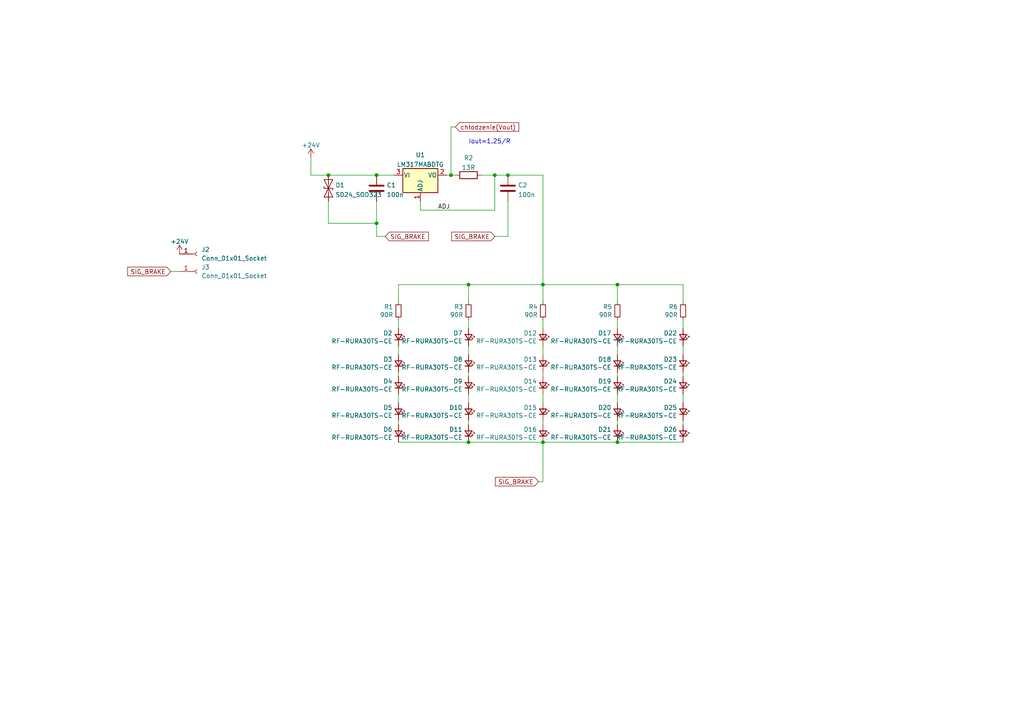
<source format=kicad_sch>
(kicad_sch (version 20231120) (generator "eeschema") (generator_version "8.0")
  (paper "A4")
  (title_block (title "Brake Light") (date "2020-11-22") (company "Put Motorsport"))
  (lib_symbols
    (symbol "Connector:Conn_01x01_Socket" (pin_names (offset 1.016) hide)
      (property "Reference" "J" (at 0 2.54 0))
      (property "Value" "Conn_01x01_Socket" (at 0 -2.54 0))
      (symbol "Conn_01x01_Socket_1_1"
        (polyline (pts (xy -1.27 0) (xy -0.508 0)) (stroke (width 0.1524)))
        (arc (start 0 0.508) (mid -0.5058 0) (end 0 -0.508) (stroke (width 0.1524)))
        (pin passive line (at -5.08 0 0) (length 3.81) (name "Pin_1") (number "1"))
      )
    )
    (symbol "Device:C" (pin_numbers hide) (pin_names (offset 0.254))
      (property "Reference" "C" (at 0.635 2.54 0))
      (property "Value" "C" (at 0.635 -2.54 0))
      (symbol "C_0_1"
        (polyline (pts (xy -2.032 -0.762) (xy 2.032 -0.762)) (stroke (width 0.508)))
        (polyline (pts (xy -2.032 0.762) (xy 2.032 0.762)) (stroke (width 0.508)))
      )
      (symbol "C_1_1"
        (pin passive line (at 0 3.81 270) (length 2.794) (name "~") (number "1"))
        (pin passive line (at 0 -3.81 90) (length 2.794) (name "~") (number "2"))
      )
    )
    (symbol "Device:LED_Small" (pin_numbers hide) (pin_names (offset 0.254) hide)
      (property "Reference" "D" (at -1.27 3.175 0))
      (property "Value" "LED_Small" (at -4.445 -2.54 0))
      (symbol "LED_Small_0_1"
        (polyline (pts (xy -0.762 -1.016) (xy -0.762 1.016)) (stroke (width 0.254)))
        (polyline (pts (xy 1.016 0) (xy -0.762 0)))
        (polyline (pts (xy 0.762 -1.016) (xy -0.762 0) (xy 0.762 1.016) (xy 0.762 -1.016)) (stroke (width 0.254)))
        (polyline (pts (xy 0 0.762) (xy -0.508 1.27) (xy -0.254 1.27) (xy -0.508 1.27) (xy -0.508 1.016)))
        (polyline (pts (xy 0.508 1.27) (xy 0 1.778) (xy 0.254 1.778) (xy 0 1.778) (xy 0 1.524)))
      )
      (symbol "LED_Small_1_1"
        (pin passive line (at -2.54 0 0) (length 1.778) (name "K") (number "1"))
        (pin passive line (at 2.54 0 180) (length 1.778) (name "A") (number "2"))
      )
    )
    (symbol "Device:R" (pin_numbers hide) (pin_names (offset 0))
      (property "Reference" "R" (at 2.032 0 90))
      (property "Value" "R" (at 0 0 90))
      (symbol "R_0_1"
        (rectangle (start -1.016 -2.54) (end 1.016 2.54) (stroke (width 0.254)))
      )
      (symbol "R_1_1"
        (pin passive line (at 0 3.81 270) (length 1.27) (name "~") (number "1"))
        (pin passive line (at 0 -3.81 90) (length 1.27) (name "~") (number "2"))
      )
    )
    (symbol "Device:R_Small" (pin_numbers hide) (pin_names (offset 0.254) hide)
      (property "Reference" "R" (at 0.762 0.508 0))
      (property "Value" "R_Small" (at 0.762 -1.016 0))
      (symbol "R_Small_0_1"
        (rectangle (start -0.762 1.778) (end 0.762 -1.778) (stroke (width 0.2032)))
      )
      (symbol "R_Small_1_1"
        (pin passive line (at 0 2.54 270) (length 0.762) (name "~") (number "1"))
        (pin passive line (at 0 -2.54 90) (length 0.762) (name "~") (number "2"))
      )
    )
    (symbol "Diode:SD24_SOD323" (pin_numbers hide) (pin_names (offset 1.016) hide)
      (property "Reference" "D" (at 0 2.54 0))
      (property "Value" "SD24_SOD323" (at 0 -2.54 0))
      (symbol "SD24_SOD323_0_1"
        (polyline (pts (xy 1.27 0) (xy -1.27 0)))
        (polyline (pts (xy -2.54 -1.27) (xy 0 0) (xy -2.54 1.27) (xy -2.54 -1.27)) (stroke (width 0.2032)))
        (polyline (pts (xy 0.508 1.27) (xy 0 1.27) (xy 0 -1.27) (xy -0.508 -1.27)) (stroke (width 0.2032)))
        (polyline (pts (xy 2.54 1.27) (xy 2.54 -1.27) (xy 0 0) (xy 2.54 1.27)) (stroke (width 0.2032)))
      )
      (symbol "SD24_SOD323_1_1"
        (pin passive line (at -3.81 0 0) (length 2.54) (name "A1") (number "1"))
        (pin passive line (at 3.81 0 180) (length 2.54) (name "A2") (number "2"))
      )
    )
    (symbol "Regulator_Linear:LM317_SOT-223" (pin_names (offset 0.254))
      (property "Reference" "U" (at -3.81 3.175 0))
      (property "Value" "LM317_SOT-223" (at 0 3.175 0))
      (symbol "LM317_SOT-223_0_1"
        (rectangle (start -5.08 1.905) (end 5.08 -5.08) (stroke (width 0.254)) (fill (type background)))
      )
      (symbol "LM317_SOT-223_1_1"
        (pin input line (at 0 -7.62 90) (length 2.54) (name "ADJ") (number "1"))
        (pin power_out line (at 7.62 0 180) (length 2.54) (name "VO") (number "2"))
        (pin power_in line (at -7.62 0 0) (length 2.54) (name "VI") (number "3"))
      )
    )
    (symbol "power:+24V" (power) (pin_names (offset 0))
      (property "Value" "+24V" (at 0 3.556 0))
      (symbol "+24V_0_1"
        (polyline (pts (xy -0.762 1.27) (xy 0 2.54)))
        (polyline (pts (xy 0 0) (xy 0 2.54)))
        (polyline (pts (xy 0 2.54) (xy 0.762 1.27)))
      )
      (symbol "+24V_1_1"
        (pin power_in line (at 0 0 90) (length 0) hide (name "+24V") (number "1"))
      )
    )
  )
  (junction (at 135.89 82.55))
  (junction (at 179.07 82.55))
  (junction (at 109.22 64.77))
  (junction (at 157.48 128.27))
  (junction (at 147.32 50.8))
  (junction (at 135.89 128.27))
  (junction (at 179.07 128.27))
  (junction (at 143.51 50.8))
  (junction (at 157.48 82.55))
  (junction (at 95.25 50.8))
  (junction (at 109.22 50.8))
  (junction (at 130.81 50.8))
  (wire (pts (xy 198.12 114.3) (xy 198.12 116.84)))
  (wire (pts (xy 198.12 128.27) (xy 179.07 128.27)))
  (wire (pts (xy 143.51 68.58) (xy 147.32 68.58)))
  (wire (pts (xy 198.12 107.95) (xy 198.12 109.22)))
  (wire (pts (xy 90.17 45.72) (xy 90.17 50.8)))
  (wire (pts (xy 156.21 139.7) (xy 157.48 139.7)))
  (wire (pts (xy 179.07 87.63) (xy 179.07 82.55)))
  (wire (pts (xy 157.48 128.27) (xy 135.89 128.27)))
  (wire (pts (xy 135.89 107.95) (xy 135.89 109.22)))
  (wire (pts (xy 115.57 92.71) (xy 115.57 95.25)))
  (wire (pts (xy 109.22 68.58) (xy 111.76 68.58)))
  (wire (pts (xy 198.12 82.55) (xy 198.12 87.63)))
  (wire (pts (xy 157.48 92.71) (xy 157.48 95.25)))
  (wire (pts (xy 130.81 50.8) (xy 132.08 50.8)))
  (wire (pts (xy 95.25 64.77) (xy 109.22 64.77)))
  (wire (pts (xy 135.89 82.55) (xy 157.48 82.55)))
  (wire (pts (xy 115.57 114.3) (xy 115.57 116.84)))
  (wire (pts (xy 135.89 100.33) (xy 135.89 102.87)))
  (wire (pts (xy 179.07 82.55) (xy 157.48 82.55)))
  (wire (pts (xy 109.22 50.8) (xy 114.3 50.8)))
  (wire (pts (xy 147.32 58.42) (xy 147.32 68.58)))
  (wire (pts (xy 130.81 50.8) (xy 130.81 36.83)))
  (wire (pts (xy 95.25 50.8) (xy 109.22 50.8)))
  (wire (pts (xy 115.57 100.33) (xy 115.57 102.87)))
  (wire (pts (xy 198.12 82.55) (xy 179.07 82.55)))
  (wire (pts (xy 157.48 139.7) (xy 157.48 128.27)))
  (wire (pts (xy 198.12 92.71) (xy 198.12 95.25)))
  (wire (pts (xy 135.89 121.92) (xy 135.89 123.19)))
  (wire (pts (xy 130.81 36.83) (xy 132.08 36.83)))
  (wire (pts (xy 109.22 64.77) (xy 109.22 58.42)))
  (wire (pts (xy 157.48 121.92) (xy 157.48 123.19)))
  (wire (pts (xy 157.48 100.33) (xy 157.48 102.87)))
  (wire (pts (xy 95.25 58.42) (xy 95.25 64.77)))
  (wire (pts (xy 115.57 107.95) (xy 115.57 109.22)))
  (wire (pts (xy 135.89 92.71) (xy 135.89 95.25)))
  (wire (pts (xy 179.07 121.92) (xy 179.07 123.19)))
  (wire (pts (xy 179.07 128.27) (xy 157.48 128.27)))
  (wire (pts (xy 143.51 50.8) (xy 139.7 50.8)))
  (wire (pts (xy 135.89 82.55) (xy 115.57 82.55)))
  (wire (pts (xy 121.92 60.96) (xy 143.51 60.96)))
  (wire (pts (xy 157.48 50.8) (xy 147.32 50.8)))
  (wire (pts (xy 179.07 107.95) (xy 179.07 109.22)))
  (wire (pts (xy 179.07 100.33) (xy 179.07 102.87)))
  (wire (pts (xy 135.89 128.27) (xy 115.57 128.27)))
  (wire (pts (xy 115.57 82.55) (xy 115.57 87.63)))
  (wire (pts (xy 157.48 50.8) (xy 157.48 82.55)))
  (wire (pts (xy 179.07 92.71) (xy 179.07 95.25)))
  (wire (pts (xy 198.12 121.92) (xy 198.12 123.19)))
  (wire (pts (xy 109.22 64.77) (xy 109.22 68.58)))
  (wire (pts (xy 143.51 60.96) (xy 143.51 50.8)))
  (wire (pts (xy 90.17 50.8) (xy 95.25 50.8)))
  (wire (pts (xy 49.53 78.74) (xy 52.07 78.74)))
  (wire (pts (xy 198.12 100.33) (xy 198.12 102.87)))
  (wire (pts (xy 135.89 114.3) (xy 135.89 116.84)))
  (wire (pts (xy 179.07 114.3) (xy 179.07 116.84)))
  (wire (pts (xy 115.57 123.19) (xy 115.57 121.92)))
  (wire (pts (xy 157.48 87.63) (xy 157.48 82.55)))
  (wire (pts (xy 157.48 107.95) (xy 157.48 109.22)))
  (wire (pts (xy 147.32 50.8) (xy 143.51 50.8)))
  (wire (pts (xy 129.54 50.8) (xy 130.81 50.8)))
  (wire (pts (xy 121.92 58.42) (xy 121.92 60.96)))
  (wire (pts (xy 135.89 87.63) (xy 135.89 82.55)))
  (wire (pts (xy 157.48 114.3) (xy 157.48 116.84)))
  (text "Iout=1.25/R" (at 135.89 41.91 0) (effects (font (size 1.27 1.27)) (justify left bottom)))
  (label "ADJ" (at 127 60.96 0))
  (global_label "SIG_BRAKE" (shape input) (at 156.21 139.7 180) (property "Intersheetrefs" "${INTERSHEET_REFS}" (effects (hide yes))))
  (global_label "SIG_BRAKE" (shape input) (at 143.51 68.58 180) (property "Intersheetrefs" "${INTERSHEET_REFS}" (effects (hide yes))))
  (global_label "SIG_BRAKE" (shape input) (at 111.76 68.58 0) (property "Intersheetrefs" "${INTERSHEET_REFS}" (effects (hide yes))))
  (global_label "chłodzenie(Vout)" (shape input) (at 132.08 36.83 0) (property "Intersheetrefs" "${INTERSHEET_REFS}" (effects (hide yes))))
  (global_label "SIG_BRAKE" (shape input) (at 49.53 78.74 180) (property "Intersheetrefs" "${INTERSHEET_REFS}" (effects (hide yes))))
  (symbol (lib_id "Device:LED_Small") (at 198.12 97.79 270) (mirror x) (unit 1)
    (property "Reference" "D22" (at 196.3928 96.6216 90) (effects (justify right)))
    (property "Value" "RF-RURA30TS-CE" (at 196.3928 98.933 90) (effects (justify right)))
    (property "Footprint" "LED_SMD:LED_PLCC-2" (effects (hide yes)))
  )
  (symbol (lib_id "Device:LED_Small") (at 198.12 105.41 270) (mirror x) (unit 1)
    (property "Reference" "D23" (at 196.3928 104.2416 90) (effects (justify right)))
    (property "Value" "RF-RURA30TS-CE" (at 196.3928 106.553 90) (effects (justify right)))
    (property "Footprint" "LED_SMD:LED_PLCC-2" (effects (hide yes)))
  )
  (symbol (lib_id "Device:LED_Small") (at 198.12 111.76 270) (mirror x) (unit 1)
    (property "Reference" "D24" (at 196.3928 110.5916 90) (effects (justify right)))
    (property "Value" "RF-RURA30TS-CE" (at 196.3928 112.903 90) (effects (justify right)))
    (property "Footprint" "LED_SMD:LED_PLCC-2" (effects (hide yes)))
  )
  (symbol (lib_id "Device:LED_Small") (at 198.12 119.38 270) (mirror x) (unit 1)
    (property "Reference" "D25" (at 196.3928 118.2116 90) (effects (justify right)))
    (property "Value" "RF-RURA30TS-CE" (at 196.3928 120.523 90) (effects (justify right)))
    (property "Footprint" "LED_SMD:LED_PLCC-2" (effects (hide yes)))
  )
  (symbol (lib_id "Device:LED_Small") (at 198.12 125.73 270) (mirror x) (unit 1)
    (property "Reference" "D26" (at 196.3928 124.5616 90) (effects (justify right)))
    (property "Value" "RF-RURA30TS-CE" (at 196.3928 126.873 90) (effects (justify right)))
    (property "Footprint" "LED_SMD:LED_PLCC-2" (effects (hide yes)))
  )
  (symbol (lib_id "Device:LED_Small") (at 179.07 97.79 270) (mirror x) (unit 1)
    (property "Reference" "D17" (at 177.3428 96.6216 90) (effects (justify right)))
    (property "Value" "RF-RURA30TS-CE" (at 177.3428 98.933 90) (effects (justify right)))
    (property "Footprint" "LED_SMD:LED_PLCC-2" (effects (hide yes)))
  )
  (symbol (lib_id "Device:LED_Small") (at 179.07 105.41 270) (mirror x) (unit 1)
    (property "Reference" "D18" (at 177.3428 104.2416 90) (effects (justify right)))
    (property "Value" "RF-RURA30TS-CE" (at 177.3428 106.553 90) (effects (justify right)))
    (property "Footprint" "LED_SMD:LED_PLCC-2" (effects (hide yes)))
  )
  (symbol (lib_id "Device:LED_Small") (at 179.07 111.76 270) (mirror x) (unit 1)
    (property "Reference" "D19" (at 177.3428 110.5916 90) (effects (justify right)))
    (property "Value" "RF-RURA30TS-CE" (at 177.3428 112.903 90) (effects (justify right)))
    (property "Footprint" "LED_SMD:LED_PLCC-2" (effects (hide yes)))
  )
  (symbol (lib_id "Device:LED_Small") (at 179.07 119.38 270) (mirror x) (unit 1)
    (property "Reference" "D20" (at 177.3428 118.2116 90) (effects (justify right)))
    (property "Value" "RF-RURA30TS-CE" (at 177.3428 120.523 90) (effects (justify right)))
    (property "Footprint" "LED_SMD:LED_PLCC-2" (effects (hide yes)))
  )
  (symbol (lib_id "Device:LED_Small") (at 179.07 125.73 270) (mirror x) (unit 1)
    (property "Reference" "D21" (at 177.3428 124.5616 90) (effects (justify right)))
    (property "Value" "RF-RURA30TS-CE" (at 177.3428 126.873 90) (effects (justify right)))
    (property "Footprint" "LED_SMD:LED_PLCC-2" (effects (hide yes)))
  )
  (symbol (lib_id "Device:LED_Small") (at 157.48 97.79 270) (mirror x) (unit 1)
    (property "Reference" "D12" (at 155.7528 96.6216 90) (effects (justify right)))
    (property "Value" "RF-RURA30TS-CE" (at 155.7528 98.933 90) (effects (justify right)))
    (property "Footprint" "LED_SMD:LED_PLCC-2" (effects (hide yes)))
  )
  (symbol (lib_id "Device:LED_Small") (at 157.48 105.41 270) (mirror x) (unit 1)
    (property "Reference" "D13" (at 155.7528 104.2416 90) (effects (justify right)))
    (property "Value" "RF-RURA30TS-CE" (at 155.7528 106.553 90) (effects (justify right)))
    (property "Footprint" "LED_SMD:LED_PLCC-2" (effects (hide yes)))
  )
  (symbol (lib_id "Device:LED_Small") (at 157.48 111.76 270) (mirror x) (unit 1)
    (property "Reference" "D14" (at 155.7528 110.5916 90) (effects (justify right)))
    (property "Value" "RF-RURA30TS-CE" (at 155.7528 112.903 90) (effects (justify right)))
    (property "Footprint" "LED_SMD:LED_PLCC-2" (effects (hide yes)))
  )
  (symbol (lib_id "Device:LED_Small") (at 157.48 119.38 270) (mirror x) (unit 1)
    (property "Reference" "D15" (at 155.7528 118.2116 90) (effects (justify right)))
    (property "Value" "RF-RURA30TS-CE" (at 155.7528 120.523 90) (effects (justify right)))
    (property "Footprint" "LED_SMD:LED_PLCC-2" (effects (hide yes)))
  )
  (symbol (lib_id "Device:LED_Small") (at 157.48 125.73 270) (mirror x) (unit 1)
    (property "Reference" "D16" (at 155.7528 124.5616 90) (effects (justify right)))
    (property "Value" "RF-RURA30TS-CE" (at 155.7528 126.873 90) (effects (justify right)))
    (property "Footprint" "LED_SMD:LED_PLCC-2" (effects (hide yes)))
  )
  (symbol (lib_id "Device:LED_Small") (at 135.89 97.79 270) (mirror x) (unit 1)
    (property "Reference" "D7" (at 134.1628 96.6216 90) (effects (justify right)))
    (property "Value" "RF-RURA30TS-CE" (at 134.1628 98.933 90) (effects (justify right)))
    (property "Footprint" "LED_SMD:LED_PLCC-2" (effects (hide yes)))
  )
  (symbol (lib_id "Device:LED_Small") (at 135.89 105.41 270) (mirror x) (unit 1)
    (property "Reference" "D8" (at 134.1628 104.2416 90) (effects (justify right)))
    (property "Value" "RF-RURA30TS-CE" (at 134.1628 106.553 90) (effects (justify right)))
    (property "Footprint" "LED_SMD:LED_PLCC-2" (effects (hide yes)))
  )
  (symbol (lib_id "Device:LED_Small") (at 135.89 111.76 270) (mirror x) (unit 1)
    (property "Reference" "D9" (at 134.1628 110.5916 90) (effects (justify right)))
    (property "Value" "RF-RURA30TS-CE" (at 134.1628 112.903 90) (effects (justify right)))
    (property "Footprint" "LED_SMD:LED_PLCC-2" (effects (hide yes)))
  )
  (symbol (lib_id "Device:LED_Small") (at 135.89 119.38 270) (mirror x) (unit 1)
    (property "Reference" "D10" (at 134.1628 118.2116 90) (effects (justify right)))
    (property "Value" "RF-RURA30TS-CE" (at 134.1628 120.523 90) (effects (justify right)))
    (property "Footprint" "LED_SMD:LED_PLCC-2" (effects (hide yes)))
  )
  (symbol (lib_id "Device:LED_Small") (at 135.89 125.73 270) (mirror x) (unit 1)
    (property "Reference" "D11" (at 134.1628 124.5616 90) (effects (justify right)))
    (property "Value" "RF-RURA30TS-CE" (at 134.1628 126.873 90) (effects (justify right)))
    (property "Footprint" "LED_SMD:LED_PLCC-2" (effects (hide yes)))
  )
  (symbol (lib_id "Device:LED_Small") (at 115.57 97.79 270) (mirror x) (unit 1)
    (property "Reference" "D2" (at 113.8428 96.6216 90) (effects (justify right)))
    (property "Value" "RF-RURA30TS-CE" (at 113.8428 98.933 90) (effects (justify right)))
    (property "Footprint" "LED_SMD:LED_PLCC-2" (effects (hide yes)))
  )
  (symbol (lib_id "Device:LED_Small") (at 115.57 105.41 270) (mirror x) (unit 1)
    (property "Reference" "D3" (at 113.8428 104.2416 90) (effects (justify right)))
    (property "Value" "RF-RURA30TS-CE" (at 113.8428 106.553 90) (effects (justify right)))
    (property "Footprint" "LED_SMD:LED_PLCC-2" (effects (hide yes)))
  )
  (symbol (lib_id "Device:LED_Small") (at 115.57 111.76 270) (mirror x) (unit 1)
    (property "Reference" "D4" (at 113.8428 110.5916 90) (effects (justify right)))
    (property "Value" "RF-RURA30TS-CE" (at 113.8428 112.903 90) (effects (justify right)))
    (property "Footprint" "LED_SMD:LED_PLCC-2" (effects (hide yes)))
  )
  (symbol (lib_id "Device:LED_Small") (at 115.57 119.38 270) (mirror x) (unit 1)
    (property "Reference" "D5" (at 113.8428 118.2116 90) (effects (justify right)))
    (property "Value" "RF-RURA30TS-CE" (at 113.8428 120.523 90) (effects (justify right)))
    (property "Footprint" "LED_SMD:LED_PLCC-2" (effects (hide yes)))
  )
  (symbol (lib_id "Device:R_Small") (at 115.57 90.17 0) (mirror y) (unit 1)
    (property "Reference" "R1" (at 114.0714 89.0016 0) (effects (justify left)))
    (property "Value" "90R" (at 114.0714 91.313 0) (effects (justify left)))
    (property "Footprint" "Resistor_SMD:R_0603_1608Metric" (effects (hide yes)))
  )
  (symbol (lib_id "Regulator_Linear:LM317_SOT-223") (at 121.92 50.8 0) (unit 1)
    (property "Reference" "U1" (at 121.92 44.9285 0))
    (property "Value" "LM317MABDTG" (at 121.92 47.7036 0))
    (property "Footprint" "footprint:NVD5117PLT4GVF01" (effects (hide yes)))
    (property "Datasheet" "https://www.mouser.pl/ProductDetail/onsemi/LM317MABDTG?qs=2OtswVQKCOGEzhsRL8SJ6g%3D%3D" (effects (hide yes)))
  )
  (symbol (lib_id "Diode:SD24_SOD323") (at 95.25 54.61 270) (unit 1)
    (property "Reference" "D1" (at 97.2566 53.7015 90) (effects (justify left)))
    (property "Value" "SD24_SOD323" (at 97.2566 56.4766 90) (effects (justify left)))
    (property "Footprint" "Diode_SMD:D_SOD-323" (effects (hide yes)))
    (property "Datasheet" "https://www.littelfuse.com/~/media/electronics/datasheets/tvs_diode_arrays/littelfuse_tvs_diode_array_sd_c_datasheet.pdf.pdf" (effects (hide yes)))
  )
  (symbol (lib_id "Connector:Conn_01x01_Socket") (at 57.15 73.66 0) (unit 1)
    (property "Reference" "J2" (at 58.42 72.3899 0) (effects (justify left)))
    (property "Value" "Conn_01x01_Socket" (at 58.42 74.9299 0) (effects (justify left)))
    (property "Footprint" "Connector_Wire:SolderWire-0.75sqmm_1x01_D1.25mm_OD3.5mm" (effects (hide yes)))
    (property "Description" "Generic connector, single row, 01x01, script generated" (effects (hide yes)))
  )
  (symbol (lib_id "Device:R_Small") (at 179.07 90.17 0) (mirror y) (unit 1)
    (property "Reference" "R5" (at 177.5714 89.0016 0) (effects (justify left)))
    (property "Value" "90R" (at 177.5714 91.313 0) (effects (justify left)))
    (property "Footprint" "Resistor_SMD:R_0603_1608Metric" (effects (hide yes)))
  )
  (symbol (lib_id "Device:C") (at 109.22 54.61 0) (unit 1)
    (property "Reference" "C1" (at 112.141 53.7015 0) (effects (justify left)))
    (property "Value" "100n" (at 112.141 56.4766 0) (effects (justify left)))
    (property "Footprint" "Capacitor_SMD:C_0603_1608Metric" (effects (hide yes)))
  )
  (symbol (lib_id "Device:R_Small") (at 135.89 90.17 0) (mirror y) (unit 1)
    (property "Reference" "R3" (at 134.3914 89.0016 0) (effects (justify left)))
    (property "Value" "90R" (at 134.3914 91.313 0) (effects (justify left)))
    (property "Footprint" "Resistor_SMD:R_0603_1608Metric" (effects (hide yes)))
  )
  (symbol (lib_id "Connector:Conn_01x01_Socket") (at 57.15 78.74 0) (unit 1)
    (property "Reference" "J3" (at 58.42 77.4699 0) (effects (justify left)))
    (property "Value" "Conn_01x01_Socket" (at 58.42 80.0099 0) (effects (justify left)))
    (property "Footprint" "Connector_Wire:SolderWire-0.75sqmm_1x01_D1.25mm_OD3.5mm" (effects (hide yes)))
    (property "Description" "Generic connector, single row, 01x01, script generated" (effects (hide yes)))
  )
  (symbol (lib_id "Device:R_Small") (at 198.12 90.17 0) (mirror y) (unit 1)
    (property "Reference" "R6" (at 196.6214 89.0016 0) (effects (justify left)))
    (property "Value" "90R" (at 196.6214 91.313 0) (effects (justify left)))
    (property "Footprint" "Resistor_SMD:R_0603_1608Metric" (effects (hide yes)))
  )
  (symbol (lib_id "Device:R") (at 135.89 50.8 90) (unit 1)
    (property "Reference" "R2" (at 135.89 45.8175 90))
    (property "Value" "13R" (at 135.89 48.5926 90))
    (property "Footprint" "Resistor_SMD:R_1206_3216Metric" (effects (hide yes)))
  )
  (symbol (lib_id "power:+24V") (at 90.17 45.72 0) (unit 1)
    (property "Reference" "#PWR02" (effects (hide yes)))
    (property "Value" "+24V" (at 90.17 42.1155 0))
  )
  (symbol (lib_id "Device:LED_Small") (at 115.57 125.73 270) (mirror x) (unit 1)
    (property "Reference" "D6" (at 113.8428 124.5616 90) (effects (justify right)))
    (property "Value" "RF-RURA30TS-CE" (at 113.8428 126.873 90) (effects (justify right)))
    (property "Footprint" "LED_SMD:LED_PLCC-2" (effects (hide yes)))
  )
  (symbol (lib_id "Device:R_Small") (at 157.48 90.17 0) (mirror y) (unit 1)
    (property "Reference" "R4" (at 155.9814 89.0016 0) (effects (justify left)))
    (property "Value" "90R" (at 155.9814 91.313 0) (effects (justify left)))
    (property "Footprint" "Resistor_SMD:R_0603_1608Metric" (effects (hide yes)))
  )
  (symbol (lib_id "Device:C") (at 147.32 54.61 0) (unit 1)
    (property "Reference" "C2" (at 150.241 53.7015 0) (effects (justify left)))
    (property "Value" "100n" (at 150.241 56.4766 0) (effects (justify left)))
    (property "Footprint" "Capacitor_SMD:C_0603_1608Metric" (effects (hide yes)))
  )
  (symbol (lib_id "power:+24V") (at 52.07 73.66 0) (unit 1)
    (property "Reference" "#PWR03" (effects (hide yes)))
    (property "Value" "+24V" (at 52.07 70.0555 0))
  )
)
</source>
